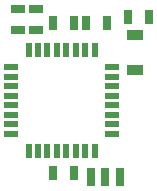
<source format=gtp>
G75*
G70*
%OFA0B0*%
%FSLAX24Y24*%
%IPPOS*%
%LPD*%
%AMOC8*
5,1,8,0,0,1.08239X$1,22.5*
%
%ADD10R,0.0200X0.0480*%
%ADD11R,0.0480X0.0200*%
%ADD12R,0.0452X0.0295*%
%ADD13R,0.0295X0.0452*%
%ADD14R,0.0256X0.0649*%
%ADD15R,0.0571X0.0374*%
D10*
X002469Y003236D03*
X002784Y003236D03*
X003099Y003236D03*
X003414Y003236D03*
X003729Y003236D03*
X004044Y003236D03*
X004359Y003236D03*
X004674Y003236D03*
X004674Y006616D03*
X004359Y006616D03*
X004044Y006616D03*
X003729Y006616D03*
X003414Y006616D03*
X003099Y006616D03*
X002784Y006616D03*
X002469Y006616D03*
D11*
X001882Y006029D03*
X001882Y005714D03*
X001882Y005399D03*
X001882Y005084D03*
X001882Y004769D03*
X001882Y004454D03*
X001882Y004139D03*
X001882Y003824D03*
X005262Y003824D03*
X005262Y004139D03*
X005262Y004454D03*
X005262Y004769D03*
X005262Y005084D03*
X005262Y005399D03*
X005262Y005714D03*
X005262Y006029D03*
D12*
X002732Y007272D03*
X002732Y007981D03*
X002132Y007981D03*
X002132Y007272D03*
D13*
X003277Y007526D03*
X003986Y007526D03*
X004377Y007526D03*
X005086Y007526D03*
X005777Y007726D03*
X006486Y007726D03*
X003986Y002526D03*
X003277Y002526D03*
D14*
X004559Y002386D03*
X005032Y002386D03*
X005504Y002386D03*
D15*
X006032Y005936D03*
X006032Y007117D03*
M02*

</source>
